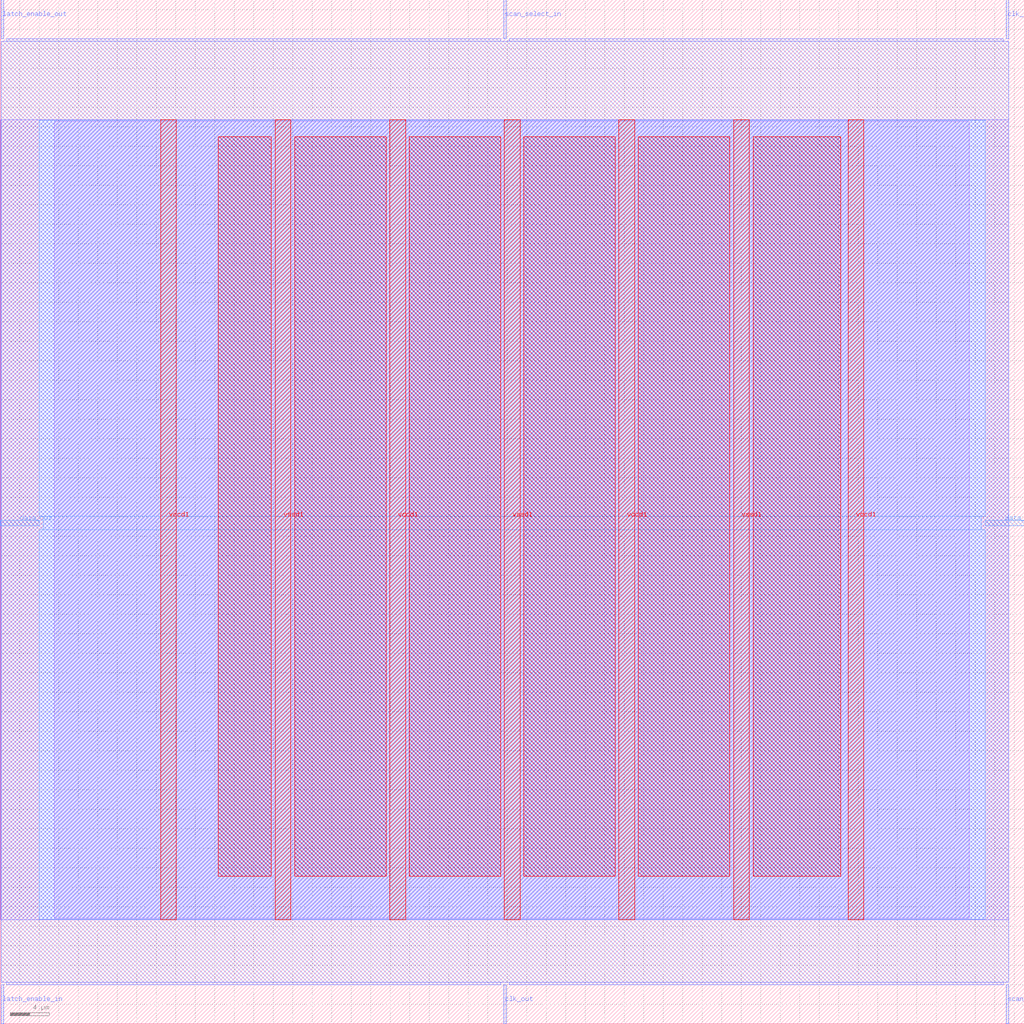
<source format=lef>
VERSION 5.7 ;
  NOWIREEXTENSIONATPIN ON ;
  DIVIDERCHAR "/" ;
  BUSBITCHARS "[]" ;
MACRO scan_wrapper_bc4d7220e4fdbf20a574d56ea112a8e1
  CLASS BLOCK ;
  FOREIGN scan_wrapper_bc4d7220e4fdbf20a574d56ea112a8e1 ;
  ORIGIN 0.000 0.000 ;
  SIZE 105.000 BY 105.000 ;
  PIN clk_in
    DIRECTION INPUT ;
    USE SIGNAL ;
    PORT
      LAYER met2 ;
        RECT 103.130 101.000 103.410 105.000 ;
    END
  END clk_in
  PIN clk_out
    DIRECTION OUTPUT TRISTATE ;
    USE SIGNAL ;
    PORT
      LAYER met2 ;
        RECT 51.610 0.000 51.890 4.000 ;
    END
  END clk_out
  PIN data_in
    DIRECTION INPUT ;
    USE SIGNAL ;
    PORT
      LAYER met3 ;
        RECT 101.000 51.040 105.000 51.640 ;
    END
  END data_in
  PIN data_out
    DIRECTION OUTPUT TRISTATE ;
    USE SIGNAL ;
    PORT
      LAYER met3 ;
        RECT 0.000 51.040 4.000 51.640 ;
    END
  END data_out
  PIN latch_enable_in
    DIRECTION INPUT ;
    USE SIGNAL ;
    PORT
      LAYER met2 ;
        RECT 0.090 0.000 0.370 4.000 ;
    END
  END latch_enable_in
  PIN latch_enable_out
    DIRECTION OUTPUT TRISTATE ;
    USE SIGNAL ;
    PORT
      LAYER met2 ;
        RECT 0.090 101.000 0.370 105.000 ;
    END
  END latch_enable_out
  PIN scan_select_in
    DIRECTION INPUT ;
    USE SIGNAL ;
    PORT
      LAYER met2 ;
        RECT 51.610 101.000 51.890 105.000 ;
    END
  END scan_select_in
  PIN scan_select_out
    DIRECTION OUTPUT TRISTATE ;
    USE SIGNAL ;
    PORT
      LAYER met2 ;
        RECT 103.130 0.000 103.410 4.000 ;
    END
  END scan_select_out
  PIN vccd1
    DIRECTION INOUT ;
    USE POWER ;
    PORT
      LAYER met4 ;
        RECT 16.465 10.640 18.065 92.720 ;
    END
    PORT
      LAYER met4 ;
        RECT 39.955 10.640 41.555 92.720 ;
    END
    PORT
      LAYER met4 ;
        RECT 63.445 10.640 65.045 92.720 ;
    END
    PORT
      LAYER met4 ;
        RECT 86.935 10.640 88.535 92.720 ;
    END
  END vccd1
  PIN vssd1
    DIRECTION INOUT ;
    USE GROUND ;
    PORT
      LAYER met4 ;
        RECT 28.210 10.640 29.810 92.720 ;
    END
    PORT
      LAYER met4 ;
        RECT 51.700 10.640 53.300 92.720 ;
    END
    PORT
      LAYER met4 ;
        RECT 75.190 10.640 76.790 92.720 ;
    END
  END vssd1
  OBS
      LAYER li1 ;
        RECT 5.520 10.795 99.360 92.565 ;
      LAYER met1 ;
        RECT 0.070 10.640 103.430 92.720 ;
      LAYER met2 ;
        RECT 0.650 100.720 51.330 101.000 ;
        RECT 52.170 100.720 102.850 101.000 ;
        RECT 0.100 4.280 103.400 100.720 ;
        RECT 0.650 4.000 51.330 4.280 ;
        RECT 52.170 4.000 102.850 4.280 ;
      LAYER met3 ;
        RECT 4.000 52.040 101.000 92.645 ;
        RECT 4.400 50.640 100.600 52.040 ;
        RECT 4.000 10.715 101.000 50.640 ;
      LAYER met4 ;
        RECT 22.375 15.135 27.810 90.945 ;
        RECT 30.210 15.135 39.555 90.945 ;
        RECT 41.955 15.135 51.300 90.945 ;
        RECT 53.700 15.135 63.045 90.945 ;
        RECT 65.445 15.135 74.790 90.945 ;
        RECT 77.190 15.135 86.185 90.945 ;
  END
END scan_wrapper_bc4d7220e4fdbf20a574d56ea112a8e1
END LIBRARY


</source>
